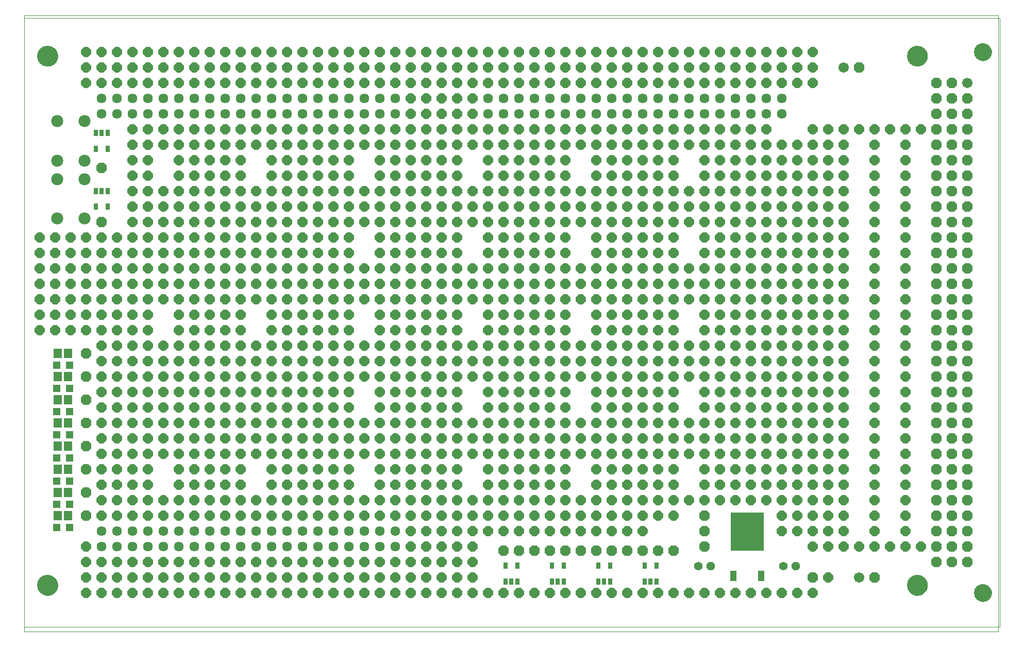
<source format=gts>
G75*
G70*
%OFA0B0*%
%FSLAX24Y24*%
%IPPOS*%
%LPD*%
%AMOC8*
5,1,8,0,0,1.08239X$1,22.5*
%
%ADD10C,0.0000*%
%ADD11C,0.0670*%
%ADD12OC8,0.0670*%
%ADD13C,0.1140*%
%ADD14C,0.0634*%
%ADD15C,0.1340*%
%ADD16C,0.0780*%
%ADD17R,0.0312X0.0430*%
%ADD18R,0.0552X0.0631*%
%ADD19R,0.0512X0.0512*%
%ADD20OC8,0.0640*%
%ADD21R,0.2166X0.2481*%
%ADD22R,0.0434X0.0670*%
%ADD23OC8,0.0560*%
%ADD24C,0.0560*%
D10*
X004848Y007120D02*
X004848Y046990D01*
X067840Y046990D01*
X067840Y007120D01*
X004848Y007120D01*
X004848Y007430D02*
X004848Y046810D01*
X067948Y046810D01*
X067948Y007430D01*
X004848Y007430D01*
X005698Y010120D02*
X005700Y010170D01*
X005706Y010220D01*
X005716Y010270D01*
X005729Y010318D01*
X005746Y010366D01*
X005767Y010412D01*
X005791Y010456D01*
X005819Y010498D01*
X005850Y010538D01*
X005884Y010575D01*
X005921Y010610D01*
X005960Y010641D01*
X006001Y010670D01*
X006045Y010695D01*
X006091Y010717D01*
X006138Y010735D01*
X006186Y010749D01*
X006235Y010760D01*
X006285Y010767D01*
X006335Y010770D01*
X006386Y010769D01*
X006436Y010764D01*
X006486Y010755D01*
X006534Y010743D01*
X006582Y010726D01*
X006628Y010706D01*
X006673Y010683D01*
X006716Y010656D01*
X006756Y010626D01*
X006794Y010593D01*
X006829Y010557D01*
X006862Y010518D01*
X006891Y010477D01*
X006917Y010434D01*
X006940Y010389D01*
X006959Y010342D01*
X006974Y010294D01*
X006986Y010245D01*
X006994Y010195D01*
X006998Y010145D01*
X006998Y010095D01*
X006994Y010045D01*
X006986Y009995D01*
X006974Y009946D01*
X006959Y009898D01*
X006940Y009851D01*
X006917Y009806D01*
X006891Y009763D01*
X006862Y009722D01*
X006829Y009683D01*
X006794Y009647D01*
X006756Y009614D01*
X006716Y009584D01*
X006673Y009557D01*
X006628Y009534D01*
X006582Y009514D01*
X006534Y009497D01*
X006486Y009485D01*
X006436Y009476D01*
X006386Y009471D01*
X006335Y009470D01*
X006285Y009473D01*
X006235Y009480D01*
X006186Y009491D01*
X006138Y009505D01*
X006091Y009523D01*
X006045Y009545D01*
X006001Y009570D01*
X005960Y009599D01*
X005921Y009630D01*
X005884Y009665D01*
X005850Y009702D01*
X005819Y009742D01*
X005791Y009784D01*
X005767Y009828D01*
X005746Y009874D01*
X005729Y009922D01*
X005716Y009970D01*
X005706Y010020D01*
X005700Y010070D01*
X005698Y010120D01*
X005698Y044370D02*
X005700Y044420D01*
X005706Y044470D01*
X005716Y044520D01*
X005729Y044568D01*
X005746Y044616D01*
X005767Y044662D01*
X005791Y044706D01*
X005819Y044748D01*
X005850Y044788D01*
X005884Y044825D01*
X005921Y044860D01*
X005960Y044891D01*
X006001Y044920D01*
X006045Y044945D01*
X006091Y044967D01*
X006138Y044985D01*
X006186Y044999D01*
X006235Y045010D01*
X006285Y045017D01*
X006335Y045020D01*
X006386Y045019D01*
X006436Y045014D01*
X006486Y045005D01*
X006534Y044993D01*
X006582Y044976D01*
X006628Y044956D01*
X006673Y044933D01*
X006716Y044906D01*
X006756Y044876D01*
X006794Y044843D01*
X006829Y044807D01*
X006862Y044768D01*
X006891Y044727D01*
X006917Y044684D01*
X006940Y044639D01*
X006959Y044592D01*
X006974Y044544D01*
X006986Y044495D01*
X006994Y044445D01*
X006998Y044395D01*
X006998Y044345D01*
X006994Y044295D01*
X006986Y044245D01*
X006974Y044196D01*
X006959Y044148D01*
X006940Y044101D01*
X006917Y044056D01*
X006891Y044013D01*
X006862Y043972D01*
X006829Y043933D01*
X006794Y043897D01*
X006756Y043864D01*
X006716Y043834D01*
X006673Y043807D01*
X006628Y043784D01*
X006582Y043764D01*
X006534Y043747D01*
X006486Y043735D01*
X006436Y043726D01*
X006386Y043721D01*
X006335Y043720D01*
X006285Y043723D01*
X006235Y043730D01*
X006186Y043741D01*
X006138Y043755D01*
X006091Y043773D01*
X006045Y043795D01*
X006001Y043820D01*
X005960Y043849D01*
X005921Y043880D01*
X005884Y043915D01*
X005850Y043952D01*
X005819Y043992D01*
X005791Y044034D01*
X005767Y044078D01*
X005746Y044124D01*
X005729Y044172D01*
X005716Y044220D01*
X005706Y044270D01*
X005700Y044320D01*
X005698Y044370D01*
X061948Y044370D02*
X061950Y044420D01*
X061956Y044470D01*
X061966Y044520D01*
X061979Y044568D01*
X061996Y044616D01*
X062017Y044662D01*
X062041Y044706D01*
X062069Y044748D01*
X062100Y044788D01*
X062134Y044825D01*
X062171Y044860D01*
X062210Y044891D01*
X062251Y044920D01*
X062295Y044945D01*
X062341Y044967D01*
X062388Y044985D01*
X062436Y044999D01*
X062485Y045010D01*
X062535Y045017D01*
X062585Y045020D01*
X062636Y045019D01*
X062686Y045014D01*
X062736Y045005D01*
X062784Y044993D01*
X062832Y044976D01*
X062878Y044956D01*
X062923Y044933D01*
X062966Y044906D01*
X063006Y044876D01*
X063044Y044843D01*
X063079Y044807D01*
X063112Y044768D01*
X063141Y044727D01*
X063167Y044684D01*
X063190Y044639D01*
X063209Y044592D01*
X063224Y044544D01*
X063236Y044495D01*
X063244Y044445D01*
X063248Y044395D01*
X063248Y044345D01*
X063244Y044295D01*
X063236Y044245D01*
X063224Y044196D01*
X063209Y044148D01*
X063190Y044101D01*
X063167Y044056D01*
X063141Y044013D01*
X063112Y043972D01*
X063079Y043933D01*
X063044Y043897D01*
X063006Y043864D01*
X062966Y043834D01*
X062923Y043807D01*
X062878Y043784D01*
X062832Y043764D01*
X062784Y043747D01*
X062736Y043735D01*
X062686Y043726D01*
X062636Y043721D01*
X062585Y043720D01*
X062535Y043723D01*
X062485Y043730D01*
X062436Y043741D01*
X062388Y043755D01*
X062341Y043773D01*
X062295Y043795D01*
X062251Y043820D01*
X062210Y043849D01*
X062171Y043880D01*
X062134Y043915D01*
X062100Y043952D01*
X062069Y043992D01*
X062041Y044034D01*
X062017Y044078D01*
X061996Y044124D01*
X061979Y044172D01*
X061966Y044220D01*
X061956Y044270D01*
X061950Y044320D01*
X061948Y044370D01*
X066298Y044620D02*
X066300Y044667D01*
X066306Y044713D01*
X066316Y044759D01*
X066329Y044803D01*
X066347Y044847D01*
X066368Y044888D01*
X066392Y044928D01*
X066420Y044966D01*
X066451Y045001D01*
X066485Y045033D01*
X066521Y045062D01*
X066560Y045088D01*
X066600Y045111D01*
X066643Y045130D01*
X066687Y045146D01*
X066732Y045158D01*
X066778Y045166D01*
X066825Y045170D01*
X066871Y045170D01*
X066918Y045166D01*
X066964Y045158D01*
X067009Y045146D01*
X067053Y045130D01*
X067096Y045111D01*
X067136Y045088D01*
X067175Y045062D01*
X067211Y045033D01*
X067245Y045001D01*
X067276Y044966D01*
X067304Y044928D01*
X067328Y044888D01*
X067349Y044847D01*
X067367Y044803D01*
X067380Y044759D01*
X067390Y044713D01*
X067396Y044667D01*
X067398Y044620D01*
X067396Y044573D01*
X067390Y044527D01*
X067380Y044481D01*
X067367Y044437D01*
X067349Y044393D01*
X067328Y044352D01*
X067304Y044312D01*
X067276Y044274D01*
X067245Y044239D01*
X067211Y044207D01*
X067175Y044178D01*
X067136Y044152D01*
X067096Y044129D01*
X067053Y044110D01*
X067009Y044094D01*
X066964Y044082D01*
X066918Y044074D01*
X066871Y044070D01*
X066825Y044070D01*
X066778Y044074D01*
X066732Y044082D01*
X066687Y044094D01*
X066643Y044110D01*
X066600Y044129D01*
X066560Y044152D01*
X066521Y044178D01*
X066485Y044207D01*
X066451Y044239D01*
X066420Y044274D01*
X066392Y044312D01*
X066368Y044352D01*
X066347Y044393D01*
X066329Y044437D01*
X066316Y044481D01*
X066306Y044527D01*
X066300Y044573D01*
X066298Y044620D01*
X061948Y010120D02*
X061950Y010170D01*
X061956Y010220D01*
X061966Y010270D01*
X061979Y010318D01*
X061996Y010366D01*
X062017Y010412D01*
X062041Y010456D01*
X062069Y010498D01*
X062100Y010538D01*
X062134Y010575D01*
X062171Y010610D01*
X062210Y010641D01*
X062251Y010670D01*
X062295Y010695D01*
X062341Y010717D01*
X062388Y010735D01*
X062436Y010749D01*
X062485Y010760D01*
X062535Y010767D01*
X062585Y010770D01*
X062636Y010769D01*
X062686Y010764D01*
X062736Y010755D01*
X062784Y010743D01*
X062832Y010726D01*
X062878Y010706D01*
X062923Y010683D01*
X062966Y010656D01*
X063006Y010626D01*
X063044Y010593D01*
X063079Y010557D01*
X063112Y010518D01*
X063141Y010477D01*
X063167Y010434D01*
X063190Y010389D01*
X063209Y010342D01*
X063224Y010294D01*
X063236Y010245D01*
X063244Y010195D01*
X063248Y010145D01*
X063248Y010095D01*
X063244Y010045D01*
X063236Y009995D01*
X063224Y009946D01*
X063209Y009898D01*
X063190Y009851D01*
X063167Y009806D01*
X063141Y009763D01*
X063112Y009722D01*
X063079Y009683D01*
X063044Y009647D01*
X063006Y009614D01*
X062966Y009584D01*
X062923Y009557D01*
X062878Y009534D01*
X062832Y009514D01*
X062784Y009497D01*
X062736Y009485D01*
X062686Y009476D01*
X062636Y009471D01*
X062585Y009470D01*
X062535Y009473D01*
X062485Y009480D01*
X062436Y009491D01*
X062388Y009505D01*
X062341Y009523D01*
X062295Y009545D01*
X062251Y009570D01*
X062210Y009599D01*
X062171Y009630D01*
X062134Y009665D01*
X062100Y009702D01*
X062069Y009742D01*
X062041Y009784D01*
X062017Y009828D01*
X061996Y009874D01*
X061979Y009922D01*
X061966Y009970D01*
X061956Y010020D01*
X061950Y010070D01*
X061948Y010120D01*
X066298Y009620D02*
X066300Y009667D01*
X066306Y009713D01*
X066316Y009759D01*
X066329Y009803D01*
X066347Y009847D01*
X066368Y009888D01*
X066392Y009928D01*
X066420Y009966D01*
X066451Y010001D01*
X066485Y010033D01*
X066521Y010062D01*
X066560Y010088D01*
X066600Y010111D01*
X066643Y010130D01*
X066687Y010146D01*
X066732Y010158D01*
X066778Y010166D01*
X066825Y010170D01*
X066871Y010170D01*
X066918Y010166D01*
X066964Y010158D01*
X067009Y010146D01*
X067053Y010130D01*
X067096Y010111D01*
X067136Y010088D01*
X067175Y010062D01*
X067211Y010033D01*
X067245Y010001D01*
X067276Y009966D01*
X067304Y009928D01*
X067328Y009888D01*
X067349Y009847D01*
X067367Y009803D01*
X067380Y009759D01*
X067390Y009713D01*
X067396Y009667D01*
X067398Y009620D01*
X067396Y009573D01*
X067390Y009527D01*
X067380Y009481D01*
X067367Y009437D01*
X067349Y009393D01*
X067328Y009352D01*
X067304Y009312D01*
X067276Y009274D01*
X067245Y009239D01*
X067211Y009207D01*
X067175Y009178D01*
X067136Y009152D01*
X067096Y009129D01*
X067053Y009110D01*
X067009Y009094D01*
X066964Y009082D01*
X066918Y009074D01*
X066871Y009070D01*
X066825Y009070D01*
X066778Y009074D01*
X066732Y009082D01*
X066687Y009094D01*
X066643Y009110D01*
X066600Y009129D01*
X066560Y009152D01*
X066521Y009178D01*
X066485Y009207D01*
X066451Y009239D01*
X066420Y009274D01*
X066392Y009312D01*
X066368Y009352D01*
X066347Y009393D01*
X066329Y009437D01*
X066316Y009481D01*
X066306Y009527D01*
X066300Y009573D01*
X066298Y009620D01*
D11*
X058848Y010620D03*
X065848Y042620D03*
X057848Y043620D03*
D12*
X058848Y043620D03*
X063848Y042620D03*
X064848Y042620D03*
X064848Y041620D03*
X065848Y041620D03*
X065848Y040620D03*
X064848Y040620D03*
X064848Y039620D03*
X065848Y039620D03*
X065848Y038620D03*
X064848Y038620D03*
X063848Y038620D03*
X063848Y039620D03*
X063848Y040620D03*
X063848Y041620D03*
X063848Y037620D03*
X064848Y037620D03*
X065848Y037620D03*
X065848Y036620D03*
X064848Y036620D03*
X063848Y036620D03*
X063848Y035620D03*
X064848Y035620D03*
X065848Y035620D03*
X065848Y034620D03*
X064848Y034620D03*
X063848Y034620D03*
X063848Y033620D03*
X063848Y032620D03*
X064848Y032620D03*
X064848Y033620D03*
X065848Y033620D03*
X065848Y032620D03*
X065848Y031620D03*
X064848Y031620D03*
X063848Y031620D03*
X063848Y030620D03*
X064848Y030620D03*
X065848Y030620D03*
X065848Y029620D03*
X064848Y029620D03*
X063848Y029620D03*
X063848Y028620D03*
X064848Y028620D03*
X065848Y028620D03*
X065848Y027620D03*
X064848Y027620D03*
X064848Y026620D03*
X065848Y026620D03*
X065848Y025620D03*
X064848Y025620D03*
X063848Y025620D03*
X063848Y026620D03*
X063848Y027620D03*
X063848Y024620D03*
X064848Y024620D03*
X065848Y024620D03*
X065848Y023620D03*
X064848Y023620D03*
X063848Y023620D03*
X063848Y022620D03*
X064848Y022620D03*
X065848Y022620D03*
X065848Y021620D03*
X064848Y021620D03*
X064848Y020620D03*
X065848Y020620D03*
X065848Y019620D03*
X064848Y019620D03*
X063848Y019620D03*
X063848Y020620D03*
X063848Y021620D03*
X063848Y018620D03*
X064848Y018620D03*
X065848Y018620D03*
X065848Y017620D03*
X064848Y017620D03*
X063848Y017620D03*
X063848Y016620D03*
X064848Y016620D03*
X065848Y016620D03*
X065848Y015620D03*
X064848Y015620D03*
X063848Y015620D03*
X063848Y014620D03*
X063848Y013620D03*
X064848Y013620D03*
X064848Y014620D03*
X065848Y014620D03*
X065848Y013620D03*
X065848Y012620D03*
X064848Y012620D03*
X063848Y012620D03*
X063848Y011620D03*
X064848Y011620D03*
X065848Y011620D03*
X059848Y010620D03*
X055848Y010620D03*
X048848Y012620D03*
X048848Y013620D03*
X048848Y014620D03*
X046848Y012370D03*
X045848Y012370D03*
X044848Y012370D03*
X043848Y012370D03*
X042848Y012370D03*
X041848Y012370D03*
X040848Y012370D03*
X039848Y012370D03*
X038848Y012370D03*
X037848Y012370D03*
X036848Y012370D03*
X035848Y012370D03*
X008848Y014620D03*
X008848Y016120D03*
X008848Y017620D03*
X008848Y019120D03*
X008848Y020620D03*
X008848Y022120D03*
X008848Y023620D03*
X008848Y025120D03*
X009848Y033620D03*
X009848Y037120D03*
D13*
X066848Y044620D03*
X066848Y009620D03*
D14*
X028848Y012620D03*
X027848Y012620D03*
X027848Y013620D03*
X028848Y013620D03*
X026848Y013620D03*
X025848Y013620D03*
X024848Y013620D03*
X023848Y013620D03*
X022848Y013620D03*
X021848Y013620D03*
X020848Y013620D03*
X019848Y013620D03*
X018848Y013620D03*
X017848Y013620D03*
X016848Y013620D03*
X015848Y013620D03*
X014848Y013620D03*
X013848Y013620D03*
X012848Y013620D03*
X011848Y013620D03*
X010848Y013620D03*
X009848Y013620D03*
X009848Y012620D03*
X010848Y012620D03*
X011848Y012620D03*
X012848Y012620D03*
X013848Y012620D03*
X014848Y012620D03*
X015848Y012620D03*
X016848Y012620D03*
X017848Y012620D03*
X018848Y012620D03*
X019848Y012620D03*
X020848Y012620D03*
X021848Y012620D03*
X022848Y012620D03*
X023848Y012620D03*
X024848Y012620D03*
X025848Y012620D03*
X026848Y012620D03*
X026848Y040620D03*
X025848Y040620D03*
X024848Y040620D03*
X024848Y041620D03*
X025848Y041620D03*
X026848Y041620D03*
X027848Y041620D03*
X028848Y041620D03*
X028848Y040620D03*
X027848Y040620D03*
X023848Y040620D03*
X022848Y040620D03*
X022848Y041620D03*
X023848Y041620D03*
X021848Y041620D03*
X020848Y041620D03*
X019848Y041620D03*
X018848Y041620D03*
X017848Y041620D03*
X016848Y041620D03*
X015848Y041620D03*
X014848Y041620D03*
X013848Y041620D03*
X012848Y041620D03*
X011848Y041620D03*
X010848Y041620D03*
X009848Y041620D03*
X009848Y040620D03*
X010848Y040620D03*
X011848Y040620D03*
X012848Y040620D03*
X013848Y040620D03*
X014848Y040620D03*
X015848Y040620D03*
X016848Y040620D03*
X017848Y040620D03*
X018848Y040620D03*
X019848Y040620D03*
X020848Y040620D03*
X021848Y040620D03*
X034848Y040620D03*
X035848Y040620D03*
X036848Y040620D03*
X036848Y041620D03*
X035848Y041620D03*
X034848Y041620D03*
X037848Y041620D03*
X038848Y041620D03*
X039848Y041620D03*
X040848Y041620D03*
X041848Y041620D03*
X042848Y041620D03*
X043848Y041620D03*
X044848Y041620D03*
X045848Y041620D03*
X046848Y041620D03*
X047848Y041620D03*
X048848Y041620D03*
X049848Y041620D03*
X050848Y041620D03*
X051848Y041620D03*
X052848Y041620D03*
X053848Y041620D03*
X053848Y040620D03*
X052848Y040620D03*
X051848Y040620D03*
X050848Y040620D03*
X049848Y040620D03*
X048848Y040620D03*
X047848Y040620D03*
X046848Y040620D03*
X045848Y040620D03*
X044848Y040620D03*
X043848Y040620D03*
X042848Y040620D03*
X041848Y040620D03*
X040848Y040620D03*
X039848Y040620D03*
X038848Y040620D03*
X037848Y040620D03*
D15*
X062598Y044370D03*
X062598Y010120D03*
X006348Y010120D03*
X006348Y044370D03*
D16*
X006958Y040150D03*
X008738Y040150D03*
X008738Y037590D03*
X008738Y036400D03*
X006958Y036400D03*
X006958Y037590D03*
X006958Y033840D03*
X008738Y033840D03*
D17*
X009474Y034608D03*
X010222Y034608D03*
X010222Y035627D03*
X009848Y035627D03*
X009474Y035627D03*
X009474Y038358D03*
X010222Y038358D03*
X010222Y039377D03*
X009848Y039377D03*
X009474Y039377D03*
X035974Y011381D03*
X036722Y011381D03*
X036722Y010362D03*
X036348Y010362D03*
X035974Y010362D03*
X038974Y010362D03*
X039348Y010362D03*
X039722Y010362D03*
X039722Y011381D03*
X038974Y011381D03*
X041974Y011381D03*
X042722Y011381D03*
X042722Y010362D03*
X042348Y010362D03*
X041974Y010362D03*
X044974Y010362D03*
X045348Y010362D03*
X045722Y010362D03*
X045722Y011381D03*
X044974Y011381D03*
D18*
X007683Y014620D03*
X007013Y014620D03*
X007013Y016120D03*
X007683Y016120D03*
X007683Y017620D03*
X007013Y017620D03*
X007013Y019120D03*
X007683Y019120D03*
X007683Y020620D03*
X007013Y020620D03*
X007013Y022120D03*
X007683Y022120D03*
X007683Y023620D03*
X007013Y023620D03*
X007013Y025120D03*
X007683Y025120D03*
D19*
X007761Y024370D03*
X006934Y024370D03*
X006934Y022870D03*
X007761Y022870D03*
X007761Y021370D03*
X006934Y021370D03*
X006934Y019870D03*
X007761Y019870D03*
X007761Y018370D03*
X006934Y018370D03*
X006934Y016870D03*
X007761Y016870D03*
X007761Y015370D03*
X006934Y015370D03*
X006934Y013870D03*
X007761Y013870D03*
D20*
X008848Y012620D03*
X008848Y011620D03*
X009848Y011620D03*
X010848Y011620D03*
X011848Y011620D03*
X012848Y011620D03*
X013848Y011620D03*
X014848Y011620D03*
X015848Y011620D03*
X016848Y011620D03*
X017848Y011620D03*
X018848Y011620D03*
X019848Y011620D03*
X020848Y011620D03*
X021848Y011620D03*
X022848Y011620D03*
X023848Y011620D03*
X024848Y011620D03*
X025848Y011620D03*
X026848Y011620D03*
X027848Y011620D03*
X028848Y011620D03*
X029848Y011620D03*
X030848Y011620D03*
X031848Y011620D03*
X031848Y012620D03*
X030848Y012620D03*
X029848Y012620D03*
X029848Y013620D03*
X029848Y014620D03*
X030848Y014620D03*
X031848Y014620D03*
X031848Y013620D03*
X030848Y013620D03*
X030848Y015620D03*
X031848Y015620D03*
X031848Y016620D03*
X030848Y016620D03*
X029848Y016620D03*
X029848Y017620D03*
X030848Y017620D03*
X031848Y017620D03*
X031848Y018620D03*
X030848Y018620D03*
X029848Y018620D03*
X029848Y019620D03*
X030848Y019620D03*
X031848Y019620D03*
X031848Y020620D03*
X031848Y021620D03*
X030848Y021620D03*
X029848Y021620D03*
X029848Y020620D03*
X030848Y020620D03*
X030848Y022620D03*
X031848Y022620D03*
X031848Y023620D03*
X030848Y023620D03*
X029848Y023620D03*
X029848Y024620D03*
X030848Y024620D03*
X031848Y024620D03*
X031848Y025620D03*
X030848Y025620D03*
X029848Y025620D03*
X029848Y026620D03*
X029848Y027620D03*
X030848Y027620D03*
X031848Y027620D03*
X031848Y026620D03*
X030848Y026620D03*
X030848Y028620D03*
X031848Y028620D03*
X031848Y029620D03*
X030848Y029620D03*
X029848Y029620D03*
X029848Y030620D03*
X030848Y030620D03*
X031848Y030620D03*
X031848Y031620D03*
X030848Y031620D03*
X029848Y031620D03*
X029848Y032620D03*
X029848Y033620D03*
X030848Y033620D03*
X031848Y033620D03*
X031848Y032620D03*
X030848Y032620D03*
X030848Y034620D03*
X031848Y034620D03*
X031848Y035620D03*
X030848Y035620D03*
X029848Y035620D03*
X029848Y036620D03*
X030848Y036620D03*
X031848Y036620D03*
X031848Y037620D03*
X030848Y037620D03*
X029848Y037620D03*
X029848Y038620D03*
X030848Y038620D03*
X031848Y038620D03*
X031848Y039620D03*
X031848Y040620D03*
X030848Y040620D03*
X029848Y040620D03*
X029848Y039620D03*
X030848Y039620D03*
X030848Y041620D03*
X031848Y041620D03*
X031848Y042620D03*
X030848Y042620D03*
X029848Y042620D03*
X029848Y043620D03*
X030848Y043620D03*
X031848Y043620D03*
X031848Y044620D03*
X030848Y044620D03*
X029848Y044620D03*
X028848Y044620D03*
X027848Y044620D03*
X026848Y044620D03*
X025848Y044620D03*
X024848Y044620D03*
X023848Y044620D03*
X022848Y044620D03*
X021848Y044620D03*
X020848Y044620D03*
X019848Y044620D03*
X018848Y044620D03*
X017848Y044620D03*
X016848Y044620D03*
X015848Y044620D03*
X014848Y044620D03*
X013848Y044620D03*
X012848Y044620D03*
X011848Y044620D03*
X010848Y044620D03*
X009848Y044620D03*
X008848Y044620D03*
X008848Y043620D03*
X009848Y043620D03*
X010848Y043620D03*
X011848Y043620D03*
X012848Y043620D03*
X013848Y043620D03*
X014848Y043620D03*
X015848Y043620D03*
X016848Y043620D03*
X017848Y043620D03*
X018848Y043620D03*
X019848Y043620D03*
X020848Y043620D03*
X021848Y043620D03*
X022848Y043620D03*
X023848Y043620D03*
X024848Y043620D03*
X025848Y043620D03*
X026848Y043620D03*
X027848Y043620D03*
X028848Y043620D03*
X028848Y042620D03*
X027848Y042620D03*
X026848Y042620D03*
X025848Y042620D03*
X024848Y042620D03*
X023848Y042620D03*
X022848Y042620D03*
X021848Y042620D03*
X020848Y042620D03*
X019848Y042620D03*
X018848Y042620D03*
X017848Y042620D03*
X016848Y042620D03*
X015848Y042620D03*
X014848Y042620D03*
X013848Y042620D03*
X012848Y042620D03*
X011848Y042620D03*
X010848Y042620D03*
X009848Y042620D03*
X008848Y042620D03*
X011848Y039620D03*
X012848Y039620D03*
X013848Y039620D03*
X014848Y039620D03*
X015848Y039620D03*
X016848Y039620D03*
X017848Y039620D03*
X018848Y039620D03*
X019848Y039620D03*
X020848Y039620D03*
X021848Y039620D03*
X022848Y039620D03*
X023848Y039620D03*
X024848Y039620D03*
X025848Y039620D03*
X026848Y039620D03*
X027848Y039620D03*
X028848Y039620D03*
X028848Y038620D03*
X027848Y038620D03*
X026848Y038620D03*
X025848Y038620D03*
X024848Y038620D03*
X023848Y038620D03*
X022848Y038620D03*
X021848Y038620D03*
X020848Y038620D03*
X019848Y038620D03*
X018848Y038620D03*
X017848Y038620D03*
X016848Y038620D03*
X015848Y038620D03*
X014848Y038620D03*
X013848Y038620D03*
X012848Y038620D03*
X011848Y038620D03*
X011848Y037620D03*
X012848Y037620D03*
X012848Y036620D03*
X011848Y036620D03*
X011848Y035620D03*
X012848Y035620D03*
X013848Y035620D03*
X014848Y035620D03*
X014848Y036620D03*
X014848Y037620D03*
X015848Y037620D03*
X016848Y037620D03*
X017848Y037620D03*
X018848Y037620D03*
X018848Y036620D03*
X017848Y036620D03*
X016848Y036620D03*
X015848Y036620D03*
X015848Y035620D03*
X016848Y035620D03*
X017848Y035620D03*
X018848Y035620D03*
X019848Y035620D03*
X020848Y035620D03*
X021848Y035620D03*
X021848Y036620D03*
X020848Y036620D03*
X020848Y037620D03*
X021848Y037620D03*
X022848Y037620D03*
X023848Y037620D03*
X024848Y037620D03*
X025848Y037620D03*
X025848Y036620D03*
X024848Y036620D03*
X023848Y036620D03*
X022848Y036620D03*
X022848Y035620D03*
X023848Y035620D03*
X024848Y035620D03*
X025848Y035620D03*
X026848Y035620D03*
X027848Y035620D03*
X028848Y035620D03*
X028848Y036620D03*
X027848Y036620D03*
X027848Y037620D03*
X028848Y037620D03*
X028848Y034620D03*
X027848Y034620D03*
X026848Y034620D03*
X025848Y034620D03*
X024848Y034620D03*
X023848Y034620D03*
X022848Y034620D03*
X021848Y034620D03*
X020848Y034620D03*
X019848Y034620D03*
X018848Y034620D03*
X017848Y034620D03*
X016848Y034620D03*
X015848Y034620D03*
X014848Y034620D03*
X013848Y034620D03*
X012848Y034620D03*
X011848Y034620D03*
X011848Y033620D03*
X011848Y032620D03*
X010848Y032620D03*
X009848Y032620D03*
X008848Y032620D03*
X007848Y032620D03*
X006848Y032620D03*
X005848Y032620D03*
X005848Y031620D03*
X006848Y031620D03*
X007848Y031620D03*
X008848Y031620D03*
X009848Y031620D03*
X010848Y031620D03*
X011848Y031620D03*
X012848Y031620D03*
X013848Y031620D03*
X014848Y031620D03*
X014848Y032620D03*
X014848Y033620D03*
X013848Y033620D03*
X012848Y033620D03*
X012848Y032620D03*
X013848Y032620D03*
X015848Y032620D03*
X015848Y033620D03*
X016848Y033620D03*
X016848Y032620D03*
X017848Y032620D03*
X017848Y033620D03*
X018848Y033620D03*
X019848Y033620D03*
X019848Y032620D03*
X018848Y032620D03*
X018848Y031620D03*
X019848Y031620D03*
X020848Y031620D03*
X021848Y031620D03*
X021848Y032620D03*
X021848Y033620D03*
X020848Y033620D03*
X020848Y032620D03*
X022848Y032620D03*
X022848Y033620D03*
X023848Y033620D03*
X023848Y032620D03*
X024848Y032620D03*
X024848Y033620D03*
X025848Y033620D03*
X026848Y033620D03*
X025848Y032620D03*
X025848Y031620D03*
X024848Y031620D03*
X023848Y031620D03*
X022848Y031620D03*
X022848Y030620D03*
X023848Y030620D03*
X024848Y030620D03*
X025848Y030620D03*
X026848Y030620D03*
X027848Y030620D03*
X028848Y030620D03*
X028848Y031620D03*
X027848Y031620D03*
X027848Y032620D03*
X027848Y033620D03*
X028848Y033620D03*
X028848Y032620D03*
X029848Y034620D03*
X032848Y034620D03*
X033848Y034620D03*
X033848Y035620D03*
X032848Y035620D03*
X032848Y036620D03*
X032848Y037620D03*
X032848Y038620D03*
X033848Y038620D03*
X033848Y039620D03*
X033848Y040620D03*
X032848Y040620D03*
X032848Y039620D03*
X032848Y041620D03*
X033848Y041620D03*
X033848Y042620D03*
X032848Y042620D03*
X032848Y043620D03*
X033848Y043620D03*
X033848Y044620D03*
X032848Y044620D03*
X034848Y044620D03*
X035848Y044620D03*
X036848Y044620D03*
X037848Y044620D03*
X038848Y044620D03*
X039848Y044620D03*
X040848Y044620D03*
X041848Y044620D03*
X042848Y044620D03*
X043848Y044620D03*
X044848Y044620D03*
X045848Y044620D03*
X046848Y044620D03*
X047848Y044620D03*
X048848Y044620D03*
X049848Y044620D03*
X050848Y044620D03*
X051848Y044620D03*
X052848Y044620D03*
X053848Y044620D03*
X054848Y044620D03*
X055848Y044620D03*
X055848Y043620D03*
X054848Y043620D03*
X053848Y043620D03*
X052848Y043620D03*
X051848Y043620D03*
X050848Y043620D03*
X049848Y043620D03*
X048848Y043620D03*
X047848Y043620D03*
X046848Y043620D03*
X045848Y043620D03*
X044848Y043620D03*
X043848Y043620D03*
X042848Y043620D03*
X041848Y043620D03*
X040848Y043620D03*
X039848Y043620D03*
X038848Y043620D03*
X037848Y043620D03*
X036848Y043620D03*
X035848Y043620D03*
X034848Y043620D03*
X034848Y042620D03*
X035848Y042620D03*
X036848Y042620D03*
X037848Y042620D03*
X038848Y042620D03*
X039848Y042620D03*
X040848Y042620D03*
X041848Y042620D03*
X042848Y042620D03*
X043848Y042620D03*
X044848Y042620D03*
X045848Y042620D03*
X046848Y042620D03*
X047848Y042620D03*
X048848Y042620D03*
X049848Y042620D03*
X050848Y042620D03*
X051848Y042620D03*
X052848Y042620D03*
X053848Y042620D03*
X054848Y042620D03*
X055848Y042620D03*
X055848Y039620D03*
X056848Y039620D03*
X057848Y039620D03*
X058848Y039620D03*
X059848Y039620D03*
X060848Y039620D03*
X061848Y039620D03*
X062848Y039620D03*
X061848Y038620D03*
X061848Y037620D03*
X061848Y036620D03*
X061848Y035620D03*
X061848Y034620D03*
X061848Y033620D03*
X061848Y032620D03*
X061848Y031620D03*
X061848Y030620D03*
X061848Y029620D03*
X061848Y028620D03*
X061848Y027620D03*
X061848Y026620D03*
X061848Y025620D03*
X061848Y024620D03*
X061848Y023620D03*
X061848Y022620D03*
X061848Y021620D03*
X061848Y020620D03*
X061848Y019620D03*
X061848Y018620D03*
X061848Y017620D03*
X061848Y016620D03*
X061848Y015620D03*
X061848Y014620D03*
X061848Y013620D03*
X061848Y012620D03*
X062848Y012620D03*
X060848Y012620D03*
X059848Y012620D03*
X059848Y013620D03*
X059848Y014620D03*
X059848Y015620D03*
X059848Y016620D03*
X059848Y017620D03*
X059848Y018620D03*
X059848Y019620D03*
X059848Y020620D03*
X059848Y021620D03*
X059848Y022620D03*
X059848Y023620D03*
X059848Y024620D03*
X059848Y025620D03*
X059848Y026620D03*
X059848Y027620D03*
X059848Y028620D03*
X059848Y029620D03*
X059848Y030620D03*
X059848Y031620D03*
X059848Y032620D03*
X059848Y033620D03*
X059848Y034620D03*
X059848Y035620D03*
X059848Y036620D03*
X059848Y037620D03*
X059848Y038620D03*
X057848Y038620D03*
X056848Y038620D03*
X055848Y038620D03*
X054848Y038620D03*
X053848Y038620D03*
X052848Y038620D03*
X051848Y038620D03*
X051848Y039620D03*
X052848Y039620D03*
X050848Y039620D03*
X049848Y039620D03*
X048848Y039620D03*
X047848Y039620D03*
X046848Y039620D03*
X045848Y039620D03*
X044848Y039620D03*
X043848Y039620D03*
X042848Y039620D03*
X041848Y039620D03*
X040848Y039620D03*
X039848Y039620D03*
X038848Y039620D03*
X037848Y039620D03*
X036848Y039620D03*
X035848Y039620D03*
X034848Y039620D03*
X034848Y038620D03*
X035848Y038620D03*
X036848Y038620D03*
X037848Y038620D03*
X038848Y038620D03*
X039848Y038620D03*
X040848Y038620D03*
X041848Y038620D03*
X042848Y038620D03*
X043848Y038620D03*
X044848Y038620D03*
X045848Y038620D03*
X046848Y038620D03*
X047848Y038620D03*
X048848Y038620D03*
X049848Y038620D03*
X050848Y038620D03*
X050848Y037620D03*
X049848Y037620D03*
X048848Y037620D03*
X048848Y036620D03*
X049848Y036620D03*
X050848Y036620D03*
X051848Y036620D03*
X052848Y036620D03*
X053848Y036620D03*
X053848Y037620D03*
X052848Y037620D03*
X051848Y037620D03*
X051848Y035620D03*
X052848Y035620D03*
X053848Y035620D03*
X054848Y035620D03*
X055848Y035620D03*
X055848Y036620D03*
X054848Y036620D03*
X054848Y037620D03*
X055848Y037620D03*
X056848Y037620D03*
X057848Y037620D03*
X057848Y036620D03*
X056848Y036620D03*
X056848Y035620D03*
X057848Y035620D03*
X057848Y034620D03*
X056848Y034620D03*
X055848Y034620D03*
X054848Y034620D03*
X053848Y034620D03*
X052848Y034620D03*
X051848Y034620D03*
X050848Y034620D03*
X049848Y034620D03*
X049848Y035620D03*
X050848Y035620D03*
X048848Y035620D03*
X047848Y035620D03*
X046848Y035620D03*
X045848Y035620D03*
X044848Y035620D03*
X044848Y036620D03*
X045848Y036620D03*
X046848Y036620D03*
X046848Y037620D03*
X045848Y037620D03*
X044848Y037620D03*
X043848Y037620D03*
X042848Y037620D03*
X041848Y037620D03*
X041848Y036620D03*
X042848Y036620D03*
X043848Y036620D03*
X043848Y035620D03*
X042848Y035620D03*
X041848Y035620D03*
X040848Y035620D03*
X039848Y035620D03*
X039848Y036620D03*
X039848Y037620D03*
X038848Y037620D03*
X037848Y037620D03*
X036848Y037620D03*
X035848Y037620D03*
X034848Y037620D03*
X034848Y036620D03*
X035848Y036620D03*
X036848Y036620D03*
X037848Y036620D03*
X038848Y036620D03*
X038848Y035620D03*
X037848Y035620D03*
X036848Y035620D03*
X035848Y035620D03*
X034848Y035620D03*
X034848Y034620D03*
X035848Y034620D03*
X036848Y034620D03*
X037848Y034620D03*
X038848Y034620D03*
X039848Y034620D03*
X040848Y034620D03*
X041848Y034620D03*
X042848Y034620D03*
X043848Y034620D03*
X044848Y034620D03*
X045848Y034620D03*
X046848Y034620D03*
X047848Y034620D03*
X048848Y034620D03*
X048848Y033620D03*
X047848Y033620D03*
X048848Y032620D03*
X049848Y032620D03*
X049848Y033620D03*
X050848Y033620D03*
X050848Y032620D03*
X051848Y032620D03*
X051848Y033620D03*
X052848Y033620D03*
X053848Y033620D03*
X053848Y032620D03*
X052848Y032620D03*
X052848Y031620D03*
X053848Y031620D03*
X054848Y031620D03*
X055848Y031620D03*
X055848Y032620D03*
X055848Y033620D03*
X054848Y033620D03*
X054848Y032620D03*
X056848Y032620D03*
X056848Y033620D03*
X057848Y033620D03*
X057848Y032620D03*
X057848Y031620D03*
X056848Y031620D03*
X056848Y030620D03*
X057848Y030620D03*
X057848Y029620D03*
X056848Y029620D03*
X055848Y029620D03*
X054848Y029620D03*
X054848Y030620D03*
X055848Y030620D03*
X053848Y030620D03*
X052848Y030620D03*
X051848Y030620D03*
X051848Y031620D03*
X050848Y031620D03*
X049848Y031620D03*
X048848Y031620D03*
X048848Y030620D03*
X047848Y030620D03*
X046848Y030620D03*
X045848Y030620D03*
X044848Y030620D03*
X044848Y031620D03*
X045848Y031620D03*
X046848Y031620D03*
X046848Y032620D03*
X046848Y033620D03*
X045848Y033620D03*
X044848Y033620D03*
X044848Y032620D03*
X045848Y032620D03*
X043848Y032620D03*
X043848Y033620D03*
X042848Y033620D03*
X042848Y032620D03*
X041848Y032620D03*
X041848Y033620D03*
X040848Y033620D03*
X039848Y033620D03*
X039848Y032620D03*
X038848Y032620D03*
X038848Y033620D03*
X037848Y033620D03*
X037848Y032620D03*
X036848Y032620D03*
X036848Y033620D03*
X035848Y033620D03*
X034848Y033620D03*
X034848Y032620D03*
X035848Y032620D03*
X035848Y031620D03*
X036848Y031620D03*
X037848Y031620D03*
X038848Y031620D03*
X039848Y031620D03*
X039848Y030620D03*
X040848Y030620D03*
X041848Y030620D03*
X041848Y031620D03*
X042848Y031620D03*
X043848Y031620D03*
X043848Y030620D03*
X042848Y030620D03*
X042848Y029620D03*
X043848Y029620D03*
X044848Y029620D03*
X045848Y029620D03*
X046848Y029620D03*
X047848Y029620D03*
X048848Y029620D03*
X049848Y029620D03*
X050848Y029620D03*
X050848Y030620D03*
X049848Y030620D03*
X051848Y029620D03*
X052848Y029620D03*
X053848Y029620D03*
X053848Y028620D03*
X052848Y028620D03*
X051848Y028620D03*
X050848Y028620D03*
X049848Y028620D03*
X048848Y028620D03*
X047848Y028620D03*
X046848Y028620D03*
X045848Y028620D03*
X044848Y028620D03*
X043848Y028620D03*
X042848Y028620D03*
X041848Y028620D03*
X040848Y028620D03*
X039848Y028620D03*
X039848Y029620D03*
X040848Y029620D03*
X041848Y029620D03*
X041848Y027620D03*
X041848Y026620D03*
X042848Y026620D03*
X042848Y027620D03*
X043848Y027620D03*
X043848Y026620D03*
X044848Y026620D03*
X044848Y027620D03*
X045848Y027620D03*
X046848Y027620D03*
X046848Y026620D03*
X045848Y026620D03*
X045848Y025620D03*
X046848Y025620D03*
X047848Y025620D03*
X048848Y025620D03*
X048848Y026620D03*
X048848Y027620D03*
X049848Y027620D03*
X050848Y027620D03*
X050848Y026620D03*
X049848Y026620D03*
X049848Y025620D03*
X050848Y025620D03*
X051848Y025620D03*
X052848Y025620D03*
X053848Y025620D03*
X053848Y026620D03*
X053848Y027620D03*
X052848Y027620D03*
X051848Y027620D03*
X051848Y026620D03*
X052848Y026620D03*
X054848Y026620D03*
X054848Y027620D03*
X055848Y027620D03*
X055848Y026620D03*
X056848Y026620D03*
X056848Y027620D03*
X057848Y027620D03*
X057848Y026620D03*
X057848Y025620D03*
X056848Y025620D03*
X055848Y025620D03*
X054848Y025620D03*
X054848Y024620D03*
X055848Y024620D03*
X056848Y024620D03*
X057848Y024620D03*
X057848Y023620D03*
X056848Y023620D03*
X055848Y023620D03*
X054848Y023620D03*
X053848Y023620D03*
X052848Y023620D03*
X051848Y023620D03*
X051848Y024620D03*
X052848Y024620D03*
X053848Y024620D03*
X053848Y022620D03*
X052848Y022620D03*
X051848Y022620D03*
X050848Y022620D03*
X049848Y022620D03*
X049848Y023620D03*
X050848Y023620D03*
X050848Y024620D03*
X049848Y024620D03*
X048848Y024620D03*
X047848Y024620D03*
X046848Y024620D03*
X045848Y024620D03*
X044848Y024620D03*
X044848Y025620D03*
X043848Y025620D03*
X042848Y025620D03*
X041848Y025620D03*
X040848Y025620D03*
X039848Y025620D03*
X039848Y026620D03*
X039848Y027620D03*
X038848Y027620D03*
X037848Y027620D03*
X037848Y026620D03*
X038848Y026620D03*
X038848Y025620D03*
X037848Y025620D03*
X036848Y025620D03*
X035848Y025620D03*
X034848Y025620D03*
X034848Y026620D03*
X034848Y027620D03*
X035848Y027620D03*
X036848Y027620D03*
X036848Y026620D03*
X035848Y026620D03*
X035848Y028620D03*
X036848Y028620D03*
X036848Y029620D03*
X035848Y029620D03*
X034848Y029620D03*
X034848Y030620D03*
X035848Y030620D03*
X036848Y030620D03*
X037848Y030620D03*
X038848Y030620D03*
X038848Y029620D03*
X037848Y029620D03*
X037848Y028620D03*
X038848Y028620D03*
X034848Y028620D03*
X033848Y028620D03*
X032848Y028620D03*
X032848Y029620D03*
X033848Y029620D03*
X033848Y030620D03*
X032848Y030620D03*
X032848Y031620D03*
X032848Y032620D03*
X032848Y033620D03*
X033848Y033620D03*
X034848Y031620D03*
X029848Y028620D03*
X028848Y028620D03*
X027848Y028620D03*
X027848Y029620D03*
X028848Y029620D03*
X026848Y029620D03*
X025848Y029620D03*
X024848Y029620D03*
X023848Y029620D03*
X022848Y029620D03*
X021848Y029620D03*
X020848Y029620D03*
X020848Y030620D03*
X021848Y030620D03*
X019848Y030620D03*
X018848Y030620D03*
X017848Y030620D03*
X017848Y031620D03*
X016848Y031620D03*
X015848Y031620D03*
X015848Y030620D03*
X016848Y030620D03*
X016848Y029620D03*
X015848Y029620D03*
X014848Y029620D03*
X013848Y029620D03*
X012848Y029620D03*
X012848Y030620D03*
X013848Y030620D03*
X014848Y030620D03*
X014848Y028620D03*
X013848Y028620D03*
X012848Y028620D03*
X011848Y028620D03*
X010848Y028620D03*
X010848Y029620D03*
X011848Y029620D03*
X011848Y030620D03*
X010848Y030620D03*
X009848Y030620D03*
X008848Y030620D03*
X007848Y030620D03*
X006848Y030620D03*
X005848Y030620D03*
X005848Y029620D03*
X006848Y029620D03*
X007848Y029620D03*
X008848Y029620D03*
X009848Y029620D03*
X009848Y028620D03*
X008848Y028620D03*
X007848Y028620D03*
X006848Y028620D03*
X005848Y028620D03*
X005848Y027620D03*
X006848Y027620D03*
X006848Y026620D03*
X005848Y026620D03*
X007848Y026620D03*
X007848Y027620D03*
X008848Y027620D03*
X009848Y027620D03*
X009848Y026620D03*
X008848Y026620D03*
X009848Y025620D03*
X010848Y025620D03*
X011848Y025620D03*
X011848Y026620D03*
X011848Y027620D03*
X010848Y027620D03*
X010848Y026620D03*
X012848Y026620D03*
X012848Y027620D03*
X014848Y027620D03*
X014848Y026620D03*
X015848Y026620D03*
X015848Y027620D03*
X016848Y027620D03*
X016848Y026620D03*
X017848Y026620D03*
X017848Y027620D03*
X018848Y027620D03*
X018848Y026620D03*
X018848Y025620D03*
X019848Y025620D03*
X020848Y025620D03*
X021848Y025620D03*
X021848Y026620D03*
X021848Y027620D03*
X020848Y027620D03*
X020848Y026620D03*
X020848Y028620D03*
X021848Y028620D03*
X022848Y028620D03*
X023848Y028620D03*
X024848Y028620D03*
X025848Y028620D03*
X026848Y028620D03*
X027848Y027620D03*
X028848Y027620D03*
X028848Y026620D03*
X027848Y026620D03*
X027848Y025620D03*
X028848Y025620D03*
X028848Y024620D03*
X027848Y024620D03*
X026848Y024620D03*
X025848Y024620D03*
X024848Y024620D03*
X024848Y025620D03*
X025848Y025620D03*
X026848Y025620D03*
X025848Y026620D03*
X025848Y027620D03*
X024848Y027620D03*
X024848Y026620D03*
X023848Y026620D03*
X023848Y027620D03*
X022848Y027620D03*
X022848Y026620D03*
X022848Y025620D03*
X023848Y025620D03*
X023848Y024620D03*
X022848Y024620D03*
X021848Y024620D03*
X020848Y024620D03*
X019848Y024620D03*
X018848Y024620D03*
X017848Y024620D03*
X017848Y025620D03*
X016848Y025620D03*
X015848Y025620D03*
X014848Y025620D03*
X013848Y025620D03*
X012848Y025620D03*
X012848Y024620D03*
X013848Y024620D03*
X014848Y024620D03*
X015848Y024620D03*
X016848Y024620D03*
X016848Y023620D03*
X015848Y023620D03*
X014848Y023620D03*
X013848Y023620D03*
X012848Y023620D03*
X011848Y023620D03*
X010848Y023620D03*
X010848Y024620D03*
X011848Y024620D03*
X009848Y024620D03*
X009848Y023620D03*
X009848Y022620D03*
X010848Y022620D03*
X011848Y022620D03*
X012848Y022620D03*
X013848Y022620D03*
X014848Y022620D03*
X015848Y022620D03*
X016848Y022620D03*
X017848Y022620D03*
X018848Y022620D03*
X019848Y022620D03*
X019848Y023620D03*
X018848Y023620D03*
X017848Y023620D03*
X017848Y021620D03*
X018848Y021620D03*
X019848Y021620D03*
X019848Y020620D03*
X018848Y020620D03*
X017848Y020620D03*
X016848Y020620D03*
X016848Y021620D03*
X015848Y021620D03*
X015848Y020620D03*
X014848Y020620D03*
X014848Y021620D03*
X013848Y021620D03*
X012848Y021620D03*
X012848Y020620D03*
X013848Y020620D03*
X013848Y019620D03*
X014848Y019620D03*
X015848Y019620D03*
X016848Y019620D03*
X017848Y019620D03*
X018848Y019620D03*
X019848Y019620D03*
X020848Y019620D03*
X021848Y019620D03*
X021848Y020620D03*
X021848Y021620D03*
X020848Y021620D03*
X020848Y020620D03*
X020848Y022620D03*
X021848Y022620D03*
X021848Y023620D03*
X020848Y023620D03*
X022848Y023620D03*
X023848Y023620D03*
X024848Y023620D03*
X025848Y023620D03*
X026848Y023620D03*
X027848Y023620D03*
X028848Y023620D03*
X028848Y022620D03*
X027848Y022620D03*
X027848Y021620D03*
X028848Y021620D03*
X028848Y020620D03*
X027848Y020620D03*
X026848Y020620D03*
X025848Y020620D03*
X025848Y021620D03*
X024848Y021620D03*
X024848Y020620D03*
X023848Y020620D03*
X023848Y021620D03*
X022848Y021620D03*
X022848Y020620D03*
X022848Y019620D03*
X023848Y019620D03*
X024848Y019620D03*
X025848Y019620D03*
X026848Y019620D03*
X027848Y019620D03*
X028848Y019620D03*
X028848Y018620D03*
X027848Y018620D03*
X026848Y018620D03*
X025848Y018620D03*
X024848Y018620D03*
X023848Y018620D03*
X022848Y018620D03*
X021848Y018620D03*
X020848Y018620D03*
X019848Y018620D03*
X018848Y018620D03*
X017848Y018620D03*
X016848Y018620D03*
X015848Y018620D03*
X014848Y018620D03*
X013848Y018620D03*
X012848Y018620D03*
X012848Y019620D03*
X011848Y019620D03*
X010848Y019620D03*
X010848Y020620D03*
X010848Y021620D03*
X011848Y021620D03*
X011848Y020620D03*
X009848Y020620D03*
X009848Y021620D03*
X009848Y019620D03*
X009848Y018620D03*
X010848Y018620D03*
X011848Y018620D03*
X011848Y017620D03*
X010848Y017620D03*
X009848Y017620D03*
X009848Y016620D03*
X010848Y016620D03*
X011848Y016620D03*
X012848Y016620D03*
X012848Y017620D03*
X014848Y017620D03*
X015848Y017620D03*
X016848Y017620D03*
X017848Y017620D03*
X018848Y017620D03*
X018848Y016620D03*
X017848Y016620D03*
X016848Y016620D03*
X015848Y016620D03*
X014848Y016620D03*
X014848Y015620D03*
X013848Y015620D03*
X012848Y015620D03*
X011848Y015620D03*
X010848Y015620D03*
X009848Y015620D03*
X009848Y014620D03*
X010848Y014620D03*
X011848Y014620D03*
X012848Y014620D03*
X013848Y014620D03*
X014848Y014620D03*
X015848Y014620D03*
X016848Y014620D03*
X016848Y015620D03*
X015848Y015620D03*
X017848Y015620D03*
X018848Y015620D03*
X019848Y015620D03*
X020848Y015620D03*
X021848Y015620D03*
X021848Y016620D03*
X020848Y016620D03*
X020848Y017620D03*
X021848Y017620D03*
X022848Y017620D03*
X023848Y017620D03*
X024848Y017620D03*
X025848Y017620D03*
X025848Y016620D03*
X024848Y016620D03*
X023848Y016620D03*
X022848Y016620D03*
X022848Y015620D03*
X023848Y015620D03*
X024848Y015620D03*
X025848Y015620D03*
X026848Y015620D03*
X027848Y015620D03*
X028848Y015620D03*
X028848Y016620D03*
X027848Y016620D03*
X027848Y017620D03*
X028848Y017620D03*
X029848Y015620D03*
X028848Y014620D03*
X027848Y014620D03*
X026848Y014620D03*
X025848Y014620D03*
X024848Y014620D03*
X023848Y014620D03*
X022848Y014620D03*
X021848Y014620D03*
X020848Y014620D03*
X019848Y014620D03*
X018848Y014620D03*
X017848Y014620D03*
X017848Y010620D03*
X018848Y010620D03*
X019848Y010620D03*
X020848Y010620D03*
X021848Y010620D03*
X022848Y010620D03*
X023848Y010620D03*
X024848Y010620D03*
X025848Y010620D03*
X026848Y010620D03*
X027848Y010620D03*
X028848Y010620D03*
X029848Y010620D03*
X030848Y010620D03*
X031848Y010620D03*
X032848Y010620D03*
X033848Y010620D03*
X033848Y011620D03*
X032848Y011620D03*
X032848Y012620D03*
X033848Y012620D03*
X033848Y013620D03*
X033848Y014620D03*
X032848Y014620D03*
X032848Y013620D03*
X032848Y015620D03*
X033848Y015620D03*
X034848Y015620D03*
X035848Y015620D03*
X036848Y015620D03*
X036848Y016620D03*
X035848Y016620D03*
X034848Y016620D03*
X034848Y017620D03*
X035848Y017620D03*
X036848Y017620D03*
X036848Y018620D03*
X035848Y018620D03*
X034848Y018620D03*
X034848Y019620D03*
X035848Y019620D03*
X036848Y019620D03*
X036848Y020620D03*
X036848Y021620D03*
X035848Y021620D03*
X034848Y021620D03*
X034848Y020620D03*
X035848Y020620D03*
X035848Y022620D03*
X036848Y022620D03*
X036848Y023620D03*
X035848Y023620D03*
X034848Y023620D03*
X034848Y024620D03*
X035848Y024620D03*
X036848Y024620D03*
X037848Y024620D03*
X038848Y024620D03*
X039848Y024620D03*
X040848Y024620D03*
X041848Y024620D03*
X042848Y024620D03*
X043848Y024620D03*
X043848Y023620D03*
X042848Y023620D03*
X041848Y023620D03*
X040848Y023620D03*
X039848Y023620D03*
X038848Y023620D03*
X037848Y023620D03*
X037848Y022620D03*
X038848Y022620D03*
X039848Y022620D03*
X039848Y021620D03*
X039848Y020620D03*
X040848Y020620D03*
X041848Y020620D03*
X041848Y021620D03*
X041848Y022620D03*
X042848Y022620D03*
X043848Y022620D03*
X044848Y022620D03*
X045848Y022620D03*
X046848Y022620D03*
X046848Y023620D03*
X045848Y023620D03*
X044848Y023620D03*
X044848Y021620D03*
X045848Y021620D03*
X046848Y021620D03*
X046848Y020620D03*
X045848Y020620D03*
X044848Y020620D03*
X043848Y020620D03*
X043848Y021620D03*
X042848Y021620D03*
X042848Y020620D03*
X042848Y019620D03*
X043848Y019620D03*
X044848Y019620D03*
X045848Y019620D03*
X046848Y019620D03*
X047848Y019620D03*
X048848Y019620D03*
X048848Y020620D03*
X048848Y021620D03*
X047848Y020620D03*
X049848Y020620D03*
X049848Y021620D03*
X050848Y021620D03*
X050848Y020620D03*
X051848Y020620D03*
X051848Y021620D03*
X052848Y021620D03*
X053848Y021620D03*
X053848Y020620D03*
X052848Y020620D03*
X052848Y019620D03*
X053848Y019620D03*
X054848Y019620D03*
X055848Y019620D03*
X055848Y020620D03*
X055848Y021620D03*
X054848Y021620D03*
X054848Y020620D03*
X054848Y022620D03*
X055848Y022620D03*
X056848Y022620D03*
X057848Y022620D03*
X057848Y021620D03*
X056848Y021620D03*
X056848Y020620D03*
X057848Y020620D03*
X057848Y019620D03*
X056848Y019620D03*
X056848Y018620D03*
X057848Y018620D03*
X057848Y017620D03*
X056848Y017620D03*
X055848Y017620D03*
X054848Y017620D03*
X054848Y018620D03*
X055848Y018620D03*
X053848Y018620D03*
X052848Y018620D03*
X051848Y018620D03*
X051848Y019620D03*
X050848Y019620D03*
X049848Y019620D03*
X049848Y018620D03*
X050848Y018620D03*
X050848Y017620D03*
X049848Y017620D03*
X048848Y017620D03*
X048848Y018620D03*
X047848Y018620D03*
X046848Y018620D03*
X045848Y018620D03*
X044848Y018620D03*
X043848Y018620D03*
X042848Y018620D03*
X041848Y018620D03*
X040848Y018620D03*
X039848Y018620D03*
X039848Y019620D03*
X040848Y019620D03*
X041848Y019620D03*
X041848Y017620D03*
X042848Y017620D03*
X043848Y017620D03*
X044848Y017620D03*
X045848Y017620D03*
X046848Y017620D03*
X046848Y016620D03*
X045848Y016620D03*
X044848Y016620D03*
X043848Y016620D03*
X042848Y016620D03*
X041848Y016620D03*
X041848Y015620D03*
X040848Y015620D03*
X039848Y015620D03*
X039848Y016620D03*
X039848Y017620D03*
X038848Y017620D03*
X037848Y017620D03*
X037848Y018620D03*
X038848Y018620D03*
X038848Y019620D03*
X037848Y019620D03*
X037848Y020620D03*
X037848Y021620D03*
X038848Y021620D03*
X038848Y020620D03*
X034848Y022620D03*
X033848Y023620D03*
X032848Y023620D03*
X032848Y024620D03*
X033848Y024620D03*
X033848Y025620D03*
X032848Y025620D03*
X032848Y026620D03*
X032848Y027620D03*
X032848Y022620D03*
X032848Y021620D03*
X032848Y020620D03*
X033848Y020620D03*
X033848Y019620D03*
X032848Y019620D03*
X032848Y018620D03*
X033848Y018620D03*
X032848Y017620D03*
X032848Y016620D03*
X034848Y014620D03*
X035848Y014620D03*
X036848Y014620D03*
X036848Y013620D03*
X035848Y013620D03*
X034848Y013620D03*
X037848Y013620D03*
X037848Y014620D03*
X038848Y014620D03*
X038848Y013620D03*
X039848Y013620D03*
X039848Y014620D03*
X040848Y014620D03*
X041848Y014620D03*
X041848Y013620D03*
X040848Y013620D03*
X042848Y013620D03*
X042848Y014620D03*
X043848Y014620D03*
X043848Y013620D03*
X044848Y013620D03*
X044848Y014620D03*
X045848Y014620D03*
X046848Y014620D03*
X046848Y015620D03*
X045848Y015620D03*
X044848Y015620D03*
X043848Y015620D03*
X042848Y015620D03*
X038848Y015620D03*
X037848Y015620D03*
X037848Y016620D03*
X038848Y016620D03*
X029848Y022620D03*
X025848Y022620D03*
X024848Y022620D03*
X023848Y022620D03*
X022848Y022620D03*
X019848Y028620D03*
X018848Y028620D03*
X017848Y028620D03*
X017848Y029620D03*
X018848Y029620D03*
X019848Y029620D03*
X016848Y028620D03*
X015848Y028620D03*
X029848Y041620D03*
X047848Y023620D03*
X048848Y023620D03*
X048848Y022620D03*
X051848Y017620D03*
X052848Y017620D03*
X053848Y017620D03*
X053848Y016620D03*
X052848Y016620D03*
X051848Y016620D03*
X050848Y016620D03*
X049848Y016620D03*
X048848Y016620D03*
X048848Y015620D03*
X047848Y015620D03*
X049848Y015620D03*
X050848Y015620D03*
X051848Y015620D03*
X052848Y015620D03*
X053848Y015620D03*
X054848Y015620D03*
X055848Y015620D03*
X055848Y016620D03*
X054848Y016620D03*
X056848Y016620D03*
X057848Y016620D03*
X057848Y015620D03*
X056848Y015620D03*
X056848Y014620D03*
X057848Y014620D03*
X057848Y013620D03*
X056848Y013620D03*
X055848Y013620D03*
X055848Y014620D03*
X054848Y014620D03*
X054848Y013620D03*
X053848Y013620D03*
X053848Y014620D03*
X055848Y012620D03*
X056848Y012620D03*
X057848Y012620D03*
X058848Y012620D03*
X056848Y010620D03*
X055848Y009620D03*
X054848Y009620D03*
X053848Y009620D03*
X052848Y009620D03*
X051848Y009620D03*
X050848Y009620D03*
X049848Y009620D03*
X048848Y009620D03*
X047848Y009620D03*
X046848Y009620D03*
X045848Y009620D03*
X044848Y009620D03*
X043848Y009620D03*
X042848Y009620D03*
X041848Y009620D03*
X040848Y009620D03*
X039848Y009620D03*
X038848Y009620D03*
X037848Y009620D03*
X036848Y009620D03*
X035848Y009620D03*
X034848Y009620D03*
X033848Y009620D03*
X032848Y009620D03*
X031848Y009620D03*
X030848Y009620D03*
X029848Y009620D03*
X028848Y009620D03*
X027848Y009620D03*
X026848Y009620D03*
X025848Y009620D03*
X024848Y009620D03*
X023848Y009620D03*
X022848Y009620D03*
X021848Y009620D03*
X020848Y009620D03*
X019848Y009620D03*
X018848Y009620D03*
X017848Y009620D03*
X016848Y009620D03*
X015848Y009620D03*
X015848Y010620D03*
X016848Y010620D03*
X014848Y010620D03*
X013848Y010620D03*
X012848Y010620D03*
X011848Y010620D03*
X010848Y010620D03*
X009848Y010620D03*
X008848Y010620D03*
X008848Y009620D03*
X009848Y009620D03*
X010848Y009620D03*
X011848Y009620D03*
X012848Y009620D03*
X013848Y009620D03*
X014848Y009620D03*
X054848Y028620D03*
X055848Y028620D03*
X056848Y028620D03*
X057848Y028620D03*
D21*
X051598Y013604D03*
D22*
X052496Y010730D03*
X050700Y010730D03*
D23*
X049248Y011370D03*
X054748Y011370D03*
D24*
X053948Y011370D03*
X048448Y011370D03*
M02*

</source>
